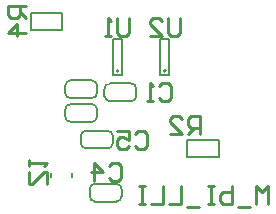
<source format=gbo>
G04*
G04 #@! TF.GenerationSoftware,Altium Limited,Altium Designer,24.2.2 (26)*
G04*
G04 Layer_Color=32896*
%FSLAX44Y44*%
%MOMM*%
G71*
G04*
G04 #@! TF.SameCoordinates,671ECA9C-2CDA-4785-821E-9719013758DC*
G04*
G04*
G04 #@! TF.FilePolarity,Positive*
G04*
G01*
G75*
%ADD11C,0.2000*%
%ADD12C,0.2540*%
D11*
X408500Y378250D02*
G03*
X408500Y378250I-1000J0D01*
G01*
X368500Y378250D02*
G03*
X368500Y378250I-1000J0D01*
G01*
X359000Y312501D02*
G03*
X363500Y317001I0J4500D01*
G01*
X336501Y317000D02*
G03*
X341001Y312500I4500J0D01*
G01*
X341000Y327499D02*
G03*
X336500Y322999I0J-4500D01*
G01*
X363500Y322999D02*
G03*
X359000Y327499I-4500J0D01*
G01*
X348500Y282499D02*
G03*
X344000Y277999I0J-4500D01*
G01*
X370999Y278000D02*
G03*
X366499Y282500I-4500J0D01*
G01*
X366500Y267501D02*
G03*
X371000Y272001I0J4500D01*
G01*
X344000Y272001D02*
G03*
X348500Y267501I4500J0D01*
G01*
X327750Y369999D02*
G03*
X323250Y365499I0J-4500D01*
G01*
X350249Y365500D02*
G03*
X345749Y370000I-4500J0D01*
G01*
X345750Y355001D02*
G03*
X350250Y359501I0J4500D01*
G01*
X323250Y359501D02*
G03*
X327750Y355001I4500J0D01*
G01*
X327750Y349999D02*
G03*
X323250Y345499I0J-4500D01*
G01*
X350249Y345500D02*
G03*
X345749Y350000I-4500J0D01*
G01*
X345750Y335001D02*
G03*
X350250Y339501I0J4500D01*
G01*
X323250Y339501D02*
G03*
X327750Y335001I4500J0D01*
G01*
X379000Y352501D02*
G03*
X383500Y357001I0J4500D01*
G01*
X356501Y357000D02*
G03*
X361001Y352500I4500J0D01*
G01*
X361000Y367499D02*
G03*
X356500Y362999I0J-4500D01*
G01*
X383500Y362999D02*
G03*
X379000Y367499I-4500J0D01*
G01*
X311250Y288000D02*
Y292000D01*
X328750Y288000D02*
Y292000D01*
X403750Y374800D02*
X411250D01*
X403750Y405202D02*
X411250D01*
Y374800D02*
Y405202D01*
X403750Y374800D02*
Y405202D01*
X363750Y374800D02*
X371250D01*
X363750Y405202D02*
X371250D01*
Y374800D02*
Y405202D01*
X363750Y374800D02*
Y405202D01*
X294200Y412700D02*
Y427300D01*
X320800Y412700D02*
Y427300D01*
X294200D02*
X320800D01*
X294200Y412700D02*
X320800D01*
X426700Y305200D02*
Y319800D01*
X453300Y305200D02*
Y319800D01*
X426700D02*
X453300D01*
X426700Y305200D02*
X453300D01*
X336500Y317000D02*
Y322999D01*
X341001Y312500D02*
X359000D01*
X341000Y327500D02*
X359000D01*
X363500Y317001D02*
Y322999D01*
X371000Y272001D02*
Y278000D01*
X348500Y282500D02*
X366499D01*
X348500Y267500D02*
X366500D01*
X344000Y272001D02*
Y277999D01*
X350250Y359501D02*
Y365500D01*
X327750Y370000D02*
X345749D01*
X327750Y355000D02*
X345750D01*
X323250Y359501D02*
Y365499D01*
X350250Y339501D02*
Y345500D01*
X327750Y350000D02*
X345749D01*
X327750Y335000D02*
X345750D01*
X323250Y339501D02*
Y345499D01*
X356500Y357000D02*
Y362999D01*
X361001Y352500D02*
X379000D01*
X361000Y367500D02*
X379000D01*
X383500Y357001D02*
Y362999D01*
D12*
X494960Y265079D02*
Y280314D01*
X489882Y275236D01*
X484803Y280314D01*
Y265079D01*
X479725Y262540D02*
X469568D01*
X464490Y280314D02*
Y265079D01*
X456872D01*
X454333Y267618D01*
Y270158D01*
Y272697D01*
X456872Y275236D01*
X464490D01*
X449255Y280314D02*
X444176D01*
X446716D01*
Y265079D01*
X449255D01*
X444176D01*
X436559Y262540D02*
X426402D01*
X421324Y280314D02*
Y265079D01*
X411167D01*
X406089Y280314D02*
Y265079D01*
X395932D01*
X390854Y280314D02*
X385775D01*
X388315D01*
Y265079D01*
X390854D01*
X385775D01*
X360039Y297578D02*
X362578Y300117D01*
X367657D01*
X370196Y297578D01*
Y287422D01*
X367657Y284883D01*
X362578D01*
X360039Y287422D01*
X347343Y284883D02*
Y300117D01*
X354961Y292500D01*
X344804D01*
X420196Y422617D02*
Y409922D01*
X417657Y407383D01*
X412578D01*
X410039Y409922D01*
Y422617D01*
X394804Y407383D02*
X404961D01*
X394804Y417539D01*
Y420078D01*
X397343Y422617D01*
X402422D01*
X404961Y420078D01*
X307617Y282343D02*
Y292500D01*
X305078D01*
X294922Y282343D01*
X292382D01*
Y292500D01*
Y297578D02*
Y302657D01*
Y300118D01*
X307617D01*
X305078Y297578D01*
X290117Y432696D02*
X274883D01*
Y425078D01*
X277422Y422539D01*
X282500D01*
X285039Y425078D01*
Y432696D01*
Y427617D02*
X290117Y422539D01*
Y409843D02*
X274883D01*
X282500Y417461D01*
Y407304D01*
X382539Y325078D02*
X385078Y327617D01*
X390157D01*
X392696Y325078D01*
Y314922D01*
X390157Y312383D01*
X385078D01*
X382539Y314922D01*
X367304Y327617D02*
X377461D01*
Y320000D01*
X372383Y322539D01*
X369843D01*
X367304Y320000D01*
Y314922D01*
X369843Y312383D01*
X374922D01*
X377461Y314922D01*
X377657Y422617D02*
Y409922D01*
X375117Y407383D01*
X370039D01*
X367500Y409922D01*
Y422617D01*
X362422Y407383D02*
X357343D01*
X359882D01*
Y422617D01*
X362422Y420078D01*
X437696Y324883D02*
Y340117D01*
X430078D01*
X427539Y337578D01*
Y332500D01*
X430078Y329961D01*
X437696D01*
X432617D02*
X427539Y324883D01*
X412304D02*
X422461D01*
X412304Y335039D01*
Y337578D01*
X414843Y340117D01*
X419922D01*
X422461Y337578D01*
X402500Y365078D02*
X405039Y367617D01*
X410117D01*
X412657Y365078D01*
Y354922D01*
X410117Y352383D01*
X405039D01*
X402500Y354922D01*
X397422Y352383D02*
X392343D01*
X394882D01*
Y367617D01*
X397422Y365078D01*
M02*

</source>
